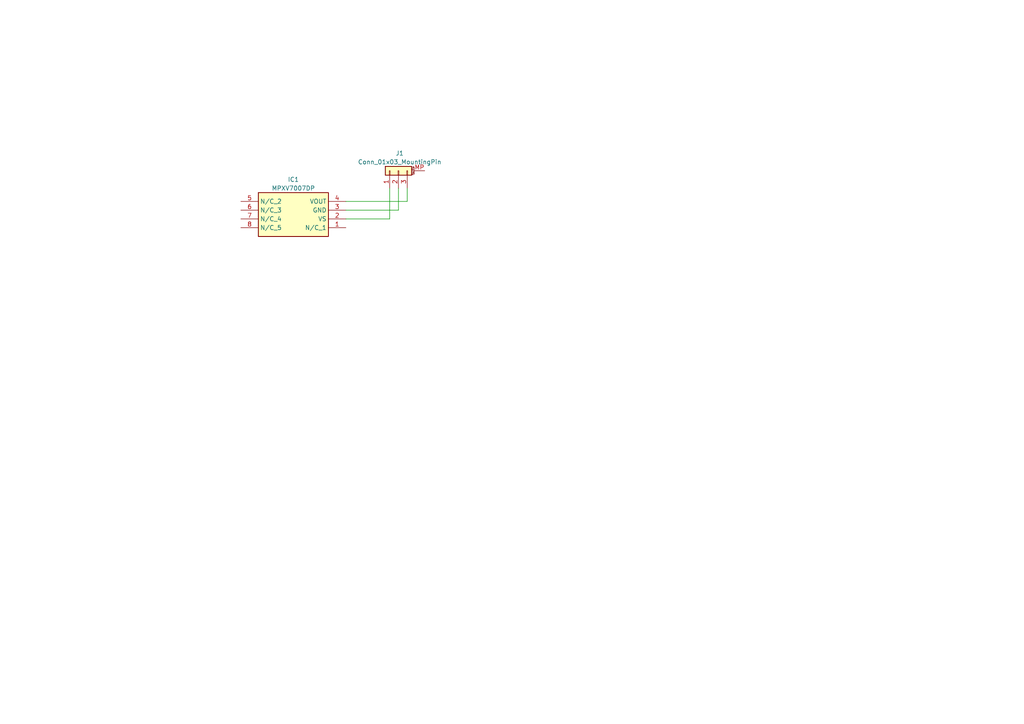
<source format=kicad_sch>
(kicad_sch (version 20230121) (generator eeschema)
  (paper "A4")
  (lib_symbols
    (symbol "Connector_Generic_MountingPin:Conn_01x03_MountingPin" (pin_names (offset 1.016) hide)
      (property "Reference" "J" (at 0 5.08 0))
      (property "Value" "Conn_01x03_MountingPin" (at 1.27 -5.08 0))
      (symbol "Conn_01x03_MountingPin_1_1"
        (rectangle (start -1.27 -2.413) (end 0 -2.667) (stroke (width 0.1524)))
        (rectangle (start -1.27 0.127) (end 0 -0.127) (stroke (width 0.1524)))
        (rectangle (start -1.27 2.667) (end 0 2.413) (stroke (width 0.1524)))
        (rectangle (start -1.27 3.81) (end 1.27 -3.81) (stroke (width 0.254)) (fill (type background)))
        (polyline (pts (xy -1.016 -4.572) (xy 1.016 -4.572)) (stroke (width 0.1524)))
        (text "Mounting" (at 0 -4.191 0) (effects (font (size 0.381 0.381))))
        (pin passive line (at -5.08 2.54 0) (length 3.81) (name "Pin_1") (number "1"))
        (pin passive line (at -5.08 0 0) (length 3.81) (name "Pin_2") (number "2"))
        (pin passive line (at -5.08 -2.54 0) (length 3.81) (name "Pin_3") (number "3"))
        (pin passive line (at 0 -7.62 90) (length 3.048) (name "MountPin") (number "MP"))
      )
    )
    (symbol "MPXV7007DP:MPXV7007DP"
      (property "Reference" "IC" (at 26.67 7.62 0))
      (property "Value" "MPXV7007DP" (at 26.67 5.08 0))
      (symbol "MPXV7007DP_1_1"
        (rectangle (start 5.08 2.54) (end 25.4 -10.16) (stroke (width 0.254)) (fill (type background)))
        (pin passive line (at 30.48 -7.62 180) (length 5.08) (name "N/C_1") (number "1"))
        (pin passive line (at 30.48 -5.08 180) (length 5.08) (name "VS") (number "2"))
        (pin passive line (at 30.48 -2.54 180) (length 5.08) (name "GND") (number "3"))
        (pin passive line (at 30.48 0 180) (length 5.08) (name "VOUT") (number "4"))
        (pin passive line (at 0 0 0) (length 5.08) (name "N/C_2") (number "5"))
        (pin passive line (at 0 -2.54 0) (length 5.08) (name "N/C_3") (number "6"))
        (pin passive line (at 0 -5.08 0) (length 5.08) (name "N/C_4") (number "7"))
        (pin passive line (at 0 -7.62 0) (length 5.08) (name "N/C_5") (number "8"))
      )
    )
  )
  (wire (pts (xy 100.33 63.5) (xy 113.03 63.5)))
  (wire (pts (xy 115.57 60.96) (xy 115.57 54.61)))
  (wire (pts (xy 100.33 60.96) (xy 115.57 60.96)))
  (wire (pts (xy 100.33 58.42) (xy 118.11 58.42)))
  (wire (pts (xy 118.11 58.42) (xy 118.11 54.61)))
  (wire (pts (xy 113.03 63.5) (xy 113.03 54.61)))
  (symbol (lib_id "MPXV7007DP:MPXV7007DP") (at 69.85 58.42 0) (unit 1)
    (property "Reference" "IC1" (at 85.09 52.07 0))
    (property "Value" "MPXV7007DP" (at 85.09 54.61 0))
    (property "Footprint" "MPXV7007DP" (effects hide))
    (property "Datasheet" "http://www.nxp.com/docs/en/data-sheet/MPXV7007.pdf" (effects hide))
    (property "Height" "9.91" (effects hide))
    (property "Mouser Part Number" "841-MPXV7007DP" (effects hide))
    (property "Mouser Price/Stock" "https://www.mouser.co.uk/ProductDetail/NXP-Semiconductors/MPXV7007DP?qs=N2XN0KY4UWXVsMxgJ4sP%252Bg%3D%3D" (effects hide))
    (property "Manufacturer_Name" "NXP" (effects hide))
    (property "Manufacturer_Part_Number" "MPXV7007DP" (effects hide))
  )
  (symbol (lib_id "Connector_Generic_MountingPin:Conn_01x03_MountingPin") (at 115.57 49.53 90) (unit 1)
    (property "Reference" "J1" (at 115.9256 44.45 90))
    (property "Value" "Conn_01x03_MountingPin" (at 115.9256 46.99 90))
    (property "Footprint" "Connector_PinSocket_2.54mm:PinSocket_1x03_P2.54mm_Vertical" (effects hide))
  )
)
</source>
